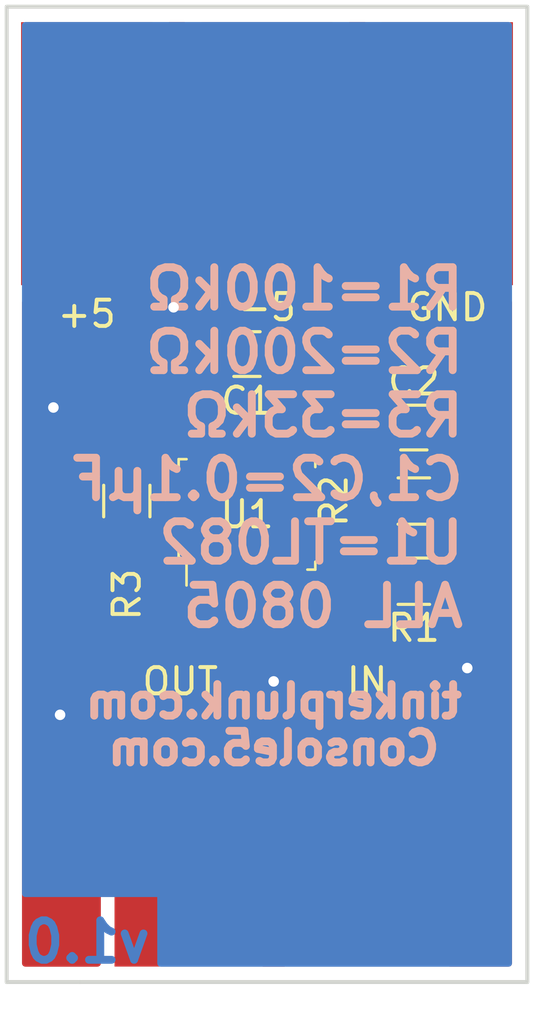
<source format=kicad_pcb>
(kicad_pcb (version 4) (host pcbnew 4.0.7)

  (general
    (links 14)
    (no_connects 1)
    (area 139.192 85.852 159.512001 125.027)
    (thickness 1.6)
    (drawings 9)
    (tracks 38)
    (zones 0)
    (modules 11)
    (nets 7)
  )

  (page A4)
  (layers
    (0 F.Cu signal)
    (31 B.Cu signal)
    (32 B.Adhes user)
    (33 F.Adhes user)
    (34 B.Paste user)
    (35 F.Paste user)
    (36 B.SilkS user)
    (37 F.SilkS user)
    (38 B.Mask user)
    (39 F.Mask user)
    (40 Dwgs.User user)
    (41 Cmts.User user)
    (42 Eco1.User user)
    (43 Eco2.User user)
    (44 Edge.Cuts user)
    (45 Margin user)
    (46 B.CrtYd user)
    (47 F.CrtYd user)
    (48 B.Fab user)
    (49 F.Fab user)
  )

  (setup
    (last_trace_width 0.25)
    (trace_clearance 0.2)
    (zone_clearance 0.508)
    (zone_45_only no)
    (trace_min 0.2)
    (segment_width 0.2)
    (edge_width 0.15)
    (via_size 0.6)
    (via_drill 0.4)
    (via_min_size 0.4)
    (via_min_drill 0.3)
    (uvia_size 0.3)
    (uvia_drill 0.1)
    (uvias_allowed no)
    (uvia_min_size 0.2)
    (uvia_min_drill 0.1)
    (pcb_text_width 0.3)
    (pcb_text_size 1.5 1.5)
    (mod_edge_width 0.15)
    (mod_text_size 1 1)
    (mod_text_width 0.15)
    (pad_size 1.524 1.524)
    (pad_drill 0.762)
    (pad_to_mask_clearance 0.2)
    (aux_axis_origin 0 0)
    (visible_elements 7FFFFFFF)
    (pcbplotparams
      (layerselection 0x010f0_80000001)
      (usegerberextensions true)
      (excludeedgelayer true)
      (linewidth 0.100000)
      (plotframeref false)
      (viasonmask false)
      (mode 1)
      (useauxorigin false)
      (hpglpennumber 1)
      (hpglpenspeed 20)
      (hpglpendiameter 15)
      (hpglpenoverlay 2)
      (psnegative false)
      (psa4output false)
      (plotreference true)
      (plotvalue true)
      (plotinvisibletext false)
      (padsonsilk false)
      (subtractmaskfromsilk false)
      (outputformat 1)
      (mirror false)
      (drillshape 0)
      (scaleselection 1)
      (outputdirectory gerbers/))
  )

  (net 0 "")
  (net 1 +5V)
  (net 2 GND)
  (net 3 -5V)
  (net 4 INPUT)
  (net 5 OUTPUT)
  (net 6 "Net-(R2-Pad1)")

  (net_class Default "This is the default net class."
    (clearance 0.2)
    (trace_width 0.25)
    (via_dia 0.6)
    (via_drill 0.4)
    (uvia_dia 0.3)
    (uvia_drill 0.1)
    (add_net +5V)
    (add_net -5V)
    (add_net GND)
    (add_net INPUT)
    (add_net "Net-(R2-Pad1)")
    (add_net OUTPUT)
  )

  (module Capacitors_SMD:C_0805_HandSoldering (layer F.Cu) (tedit 5B12BFDD) (tstamp 5B129384)
    (at 148.59 99.314)
    (descr "Capacitor SMD 0805, hand soldering")
    (tags "capacitor 0805")
    (path /5B11F64D)
    (attr smd)
    (fp_text reference C1 (at 0 1.778) (layer F.SilkS)
      (effects (font (size 1 1) (thickness 0.15)))
    )
    (fp_text value 0.1uF (at 0 1.75) (layer F.Fab)
      (effects (font (size 1 1) (thickness 0.15)))
    )
    (fp_text user %R (at 0 -1.75) (layer F.Fab)
      (effects (font (size 1 1) (thickness 0.15)))
    )
    (fp_line (start -1 0.62) (end -1 -0.62) (layer F.Fab) (width 0.1))
    (fp_line (start 1 0.62) (end -1 0.62) (layer F.Fab) (width 0.1))
    (fp_line (start 1 -0.62) (end 1 0.62) (layer F.Fab) (width 0.1))
    (fp_line (start -1 -0.62) (end 1 -0.62) (layer F.Fab) (width 0.1))
    (fp_line (start 0.5 -0.85) (end -0.5 -0.85) (layer F.SilkS) (width 0.12))
    (fp_line (start -0.5 0.85) (end 0.5 0.85) (layer F.SilkS) (width 0.12))
    (fp_line (start -2.25 -0.88) (end 2.25 -0.88) (layer F.CrtYd) (width 0.05))
    (fp_line (start -2.25 -0.88) (end -2.25 0.87) (layer F.CrtYd) (width 0.05))
    (fp_line (start 2.25 0.87) (end 2.25 -0.88) (layer F.CrtYd) (width 0.05))
    (fp_line (start 2.25 0.87) (end -2.25 0.87) (layer F.CrtYd) (width 0.05))
    (pad 1 smd rect (at -1.25 0) (size 1.5 1.25) (layers F.Cu F.Paste F.Mask)
      (net 1 +5V))
    (pad 2 smd rect (at 1.25 0) (size 1.5 1.25) (layers F.Cu F.Paste F.Mask)
      (net 2 GND))
    (model Capacitors_SMD.3dshapes/C_0805.wrl
      (at (xyz 0 0 0))
      (scale (xyz 1 1 1))
      (rotate (xyz 0 0 0))
    )
  )

  (module Capacitors_SMD:C_0805_HandSoldering (layer F.Cu) (tedit 58AA84A8) (tstamp 5B12938A)
    (at 154.94 102.108)
    (descr "Capacitor SMD 0805, hand soldering")
    (tags "capacitor 0805")
    (path /5B11F769)
    (attr smd)
    (fp_text reference C2 (at 0 -1.75) (layer F.SilkS)
      (effects (font (size 1 1) (thickness 0.15)))
    )
    (fp_text value 0.1uF (at 0 1.75) (layer F.Fab)
      (effects (font (size 1 1) (thickness 0.15)))
    )
    (fp_text user %R (at 0 -1.75) (layer F.Fab)
      (effects (font (size 1 1) (thickness 0.15)))
    )
    (fp_line (start -1 0.62) (end -1 -0.62) (layer F.Fab) (width 0.1))
    (fp_line (start 1 0.62) (end -1 0.62) (layer F.Fab) (width 0.1))
    (fp_line (start 1 -0.62) (end 1 0.62) (layer F.Fab) (width 0.1))
    (fp_line (start -1 -0.62) (end 1 -0.62) (layer F.Fab) (width 0.1))
    (fp_line (start 0.5 -0.85) (end -0.5 -0.85) (layer F.SilkS) (width 0.12))
    (fp_line (start -0.5 0.85) (end 0.5 0.85) (layer F.SilkS) (width 0.12))
    (fp_line (start -2.25 -0.88) (end 2.25 -0.88) (layer F.CrtYd) (width 0.05))
    (fp_line (start -2.25 -0.88) (end -2.25 0.87) (layer F.CrtYd) (width 0.05))
    (fp_line (start 2.25 0.87) (end 2.25 -0.88) (layer F.CrtYd) (width 0.05))
    (fp_line (start 2.25 0.87) (end -2.25 0.87) (layer F.CrtYd) (width 0.05))
    (pad 1 smd rect (at -1.25 0) (size 1.5 1.25) (layers F.Cu F.Paste F.Mask)
      (net 3 -5V))
    (pad 2 smd rect (at 1.25 0) (size 1.5 1.25) (layers F.Cu F.Paste F.Mask)
      (net 2 GND))
    (model Capacitors_SMD.3dshapes/C_0805.wrl
      (at (xyz 0 0 0))
      (scale (xyz 1 1 1))
      (rotate (xyz 0 0 0))
    )
  )

  (module Resistors_SMD:R_0805_HandSoldering (layer F.Cu) (tedit 5B12BF73) (tstamp 5B1293A9)
    (at 154.94 107.95)
    (descr "Resistor SMD 0805, hand soldering")
    (tags "resistor 0805")
    (path /5B11FA14)
    (attr smd)
    (fp_text reference R1 (at 0 1.778) (layer F.SilkS)
      (effects (font (size 1 1) (thickness 0.15)))
    )
    (fp_text value 100K (at 0 1.75) (layer F.Fab)
      (effects (font (size 1 1) (thickness 0.15)))
    )
    (fp_text user %R (at 0 0) (layer F.Fab)
      (effects (font (size 0.5 0.5) (thickness 0.075)))
    )
    (fp_line (start -1 0.62) (end -1 -0.62) (layer F.Fab) (width 0.1))
    (fp_line (start 1 0.62) (end -1 0.62) (layer F.Fab) (width 0.1))
    (fp_line (start 1 -0.62) (end 1 0.62) (layer F.Fab) (width 0.1))
    (fp_line (start -1 -0.62) (end 1 -0.62) (layer F.Fab) (width 0.1))
    (fp_line (start 0.6 0.88) (end -0.6 0.88) (layer F.SilkS) (width 0.12))
    (fp_line (start -0.6 -0.88) (end 0.6 -0.88) (layer F.SilkS) (width 0.12))
    (fp_line (start -2.35 -0.9) (end 2.35 -0.9) (layer F.CrtYd) (width 0.05))
    (fp_line (start -2.35 -0.9) (end -2.35 0.9) (layer F.CrtYd) (width 0.05))
    (fp_line (start 2.35 0.9) (end 2.35 -0.9) (layer F.CrtYd) (width 0.05))
    (fp_line (start 2.35 0.9) (end -2.35 0.9) (layer F.CrtYd) (width 0.05))
    (pad 1 smd rect (at -1.35 0) (size 1.5 1.3) (layers F.Cu F.Paste F.Mask)
      (net 4 INPUT))
    (pad 2 smd rect (at 1.35 0) (size 1.5 1.3) (layers F.Cu F.Paste F.Mask)
      (net 2 GND))
    (model ${KISYS3DMOD}/Resistors_SMD.3dshapes/R_0805.wrl
      (at (xyz 0 0 0))
      (scale (xyz 1 1 1))
      (rotate (xyz 0 0 0))
    )
  )

  (module Resistors_SMD:R_0805_HandSoldering (layer F.Cu) (tedit 5B12BF7F) (tstamp 5B1293AF)
    (at 154.94 104.902)
    (descr "Resistor SMD 0805, hand soldering")
    (tags "resistor 0805")
    (path /5B11FA3D)
    (attr smd)
    (fp_text reference R2 (at -3.048 0 90) (layer F.SilkS)
      (effects (font (size 1 1) (thickness 0.15)))
    )
    (fp_text value 200K (at 0 1.75) (layer F.Fab)
      (effects (font (size 1 1) (thickness 0.15)))
    )
    (fp_text user %R (at 0 0) (layer F.Fab)
      (effects (font (size 0.5 0.5) (thickness 0.075)))
    )
    (fp_line (start -1 0.62) (end -1 -0.62) (layer F.Fab) (width 0.1))
    (fp_line (start 1 0.62) (end -1 0.62) (layer F.Fab) (width 0.1))
    (fp_line (start 1 -0.62) (end 1 0.62) (layer F.Fab) (width 0.1))
    (fp_line (start -1 -0.62) (end 1 -0.62) (layer F.Fab) (width 0.1))
    (fp_line (start 0.6 0.88) (end -0.6 0.88) (layer F.SilkS) (width 0.12))
    (fp_line (start -0.6 -0.88) (end 0.6 -0.88) (layer F.SilkS) (width 0.12))
    (fp_line (start -2.35 -0.9) (end 2.35 -0.9) (layer F.CrtYd) (width 0.05))
    (fp_line (start -2.35 -0.9) (end -2.35 0.9) (layer F.CrtYd) (width 0.05))
    (fp_line (start 2.35 0.9) (end 2.35 -0.9) (layer F.CrtYd) (width 0.05))
    (fp_line (start 2.35 0.9) (end -2.35 0.9) (layer F.CrtYd) (width 0.05))
    (pad 1 smd rect (at -1.35 0) (size 1.5 1.3) (layers F.Cu F.Paste F.Mask)
      (net 6 "Net-(R2-Pad1)"))
    (pad 2 smd rect (at 1.35 0) (size 1.5 1.3) (layers F.Cu F.Paste F.Mask)
      (net 2 GND))
    (model ${KISYS3DMOD}/Resistors_SMD.3dshapes/R_0805.wrl
      (at (xyz 0 0 0))
      (scale (xyz 1 1 1))
      (rotate (xyz 0 0 0))
    )
  )

  (module Resistors_SMD:R_0805_HandSoldering (layer F.Cu) (tedit 5B12BF1D) (tstamp 5B1293B5)
    (at 144.018 104.902 90)
    (descr "Resistor SMD 0805, hand soldering")
    (tags "resistor 0805")
    (path /5B11F9E7)
    (attr smd)
    (fp_text reference R3 (at -3.556 0 90) (layer F.SilkS)
      (effects (font (size 1 1) (thickness 0.15)))
    )
    (fp_text value 33K (at 0 1.75 90) (layer F.Fab)
      (effects (font (size 1 1) (thickness 0.15)))
    )
    (fp_text user %R (at 0 0 90) (layer F.Fab)
      (effects (font (size 0.5 0.5) (thickness 0.075)))
    )
    (fp_line (start -1 0.62) (end -1 -0.62) (layer F.Fab) (width 0.1))
    (fp_line (start 1 0.62) (end -1 0.62) (layer F.Fab) (width 0.1))
    (fp_line (start 1 -0.62) (end 1 0.62) (layer F.Fab) (width 0.1))
    (fp_line (start -1 -0.62) (end 1 -0.62) (layer F.Fab) (width 0.1))
    (fp_line (start 0.6 0.88) (end -0.6 0.88) (layer F.SilkS) (width 0.12))
    (fp_line (start -0.6 -0.88) (end 0.6 -0.88) (layer F.SilkS) (width 0.12))
    (fp_line (start -2.35 -0.9) (end 2.35 -0.9) (layer F.CrtYd) (width 0.05))
    (fp_line (start -2.35 -0.9) (end -2.35 0.9) (layer F.CrtYd) (width 0.05))
    (fp_line (start 2.35 0.9) (end 2.35 -0.9) (layer F.CrtYd) (width 0.05))
    (fp_line (start 2.35 0.9) (end -2.35 0.9) (layer F.CrtYd) (width 0.05))
    (pad 1 smd rect (at -1.35 0 90) (size 1.5 1.3) (layers F.Cu F.Paste F.Mask)
      (net 5 OUTPUT))
    (pad 2 smd rect (at 1.35 0 90) (size 1.5 1.3) (layers F.Cu F.Paste F.Mask)
      (net 4 INPUT))
    (model ${KISYS3DMOD}/Resistors_SMD.3dshapes/R_0805.wrl
      (at (xyz 0 0 0))
      (scale (xyz 1 1 1))
      (rotate (xyz 0 0 0))
    )
  )

  (module digikey-footprints:SOIC-8_W3.9mm (layer F.Cu) (tedit 5B12BFC5) (tstamp 5B1293C1)
    (at 148.59 105.41)
    (path /5B11F56B)
    (fp_text reference U1 (at 0 0) (layer F.SilkS)
      (effects (font (size 1 1) (thickness 0.15)))
    )
    (fp_text value TL082 (at 0.06604 4.80314) (layer F.Fab)
      (effects (font (size 1 1) (thickness 0.15)))
    )
    (fp_line (start -2.7 -3.7) (end 2.7 -3.7) (layer F.CrtYd) (width 0.05))
    (fp_line (start -2.7 3.7) (end 2.7 3.7) (layer F.CrtYd) (width 0.05))
    (fp_line (start -2.7 -3.7) (end -2.7 3.7) (layer F.CrtYd) (width 0.05))
    (fp_line (start 2.7 -3.7) (end 2.7 3.7) (layer F.CrtYd) (width 0.05))
    (fp_line (start -2.6 1.2) (end -2.6 1.6) (layer F.SilkS) (width 0.1))
    (fp_line (start -2.6 1.6) (end -2.3 1.9) (layer F.SilkS) (width 0.1))
    (fp_line (start -2.3 1.9) (end -2.3 2.7) (layer F.SilkS) (width 0.1))
    (fp_line (start -2.45 1.55) (end -2.45 -1.95) (layer F.Fab) (width 0.1))
    (fp_line (start -2.05 1.95) (end 2.45 1.95) (layer F.Fab) (width 0.1))
    (fp_line (start -2.45 1.55) (end -2.05 1.95) (layer F.Fab) (width 0.1))
    (fp_line (start 2.3 2.1) (end 2.6 2.1) (layer F.SilkS) (width 0.1))
    (fp_line (start 2.6 2.1) (end 2.6 1.8) (layer F.SilkS) (width 0.1))
    (fp_line (start -2.3 -2.1) (end -2.6 -2.1) (layer F.SilkS) (width 0.1))
    (fp_line (start -2.6 -2.1) (end -2.6 -1.8) (layer F.SilkS) (width 0.1))
    (fp_line (start 2.3 -2.1) (end 2.6 -2.1) (layer F.SilkS) (width 0.1))
    (fp_line (start 2.6 -2.1) (end 2.6 -1.8) (layer F.SilkS) (width 0.1))
    (fp_text user %R (at 0 0) (layer F.Fab)
      (effects (font (size 1 1) (thickness 0.15)))
    )
    (fp_line (start -2.45 -1.95) (end 2.45 -1.95) (layer F.Fab) (width 0.1))
    (fp_line (start 2.45 -1.95) (end 2.45 1.95) (layer F.Fab) (width 0.1))
    (pad 1 smd rect (at -1.905 2.45) (size 0.6 2) (layers F.Cu F.Paste F.Mask)
      (net 5 OUTPUT))
    (pad 2 smd rect (at -0.635 2.45) (size 0.6 2) (layers F.Cu F.Paste F.Mask)
      (net 4 INPUT))
    (pad 4 smd rect (at 1.905 2.45) (size 0.6 2) (layers F.Cu F.Paste F.Mask)
      (net 3 -5V))
    (pad 5 smd rect (at 1.905 -2.45) (size 0.6 2) (layers F.Cu F.Paste F.Mask))
    (pad 6 smd rect (at 0.635 -2.45) (size 0.6 2) (layers F.Cu F.Paste F.Mask))
    (pad 7 smd rect (at -0.635 -2.45) (size 0.6 2) (layers F.Cu F.Paste F.Mask))
    (pad 8 smd rect (at -1.905 -2.45) (size 0.6 2) (layers F.Cu F.Paste F.Mask)
      (net 1 +5V))
    (pad 3 smd rect (at 0.635 2.45) (size 0.6 2) (layers F.Cu F.Paste F.Mask)
      (net 6 "Net-(R2-Pad1)"))
  )

  (module Wire_Pads:SolderWirePad_single_SMD_5x10mm (layer F.Cu) (tedit 5B143C69) (tstamp 5B12D1B6)
    (at 153.162 117.602)
    (descr "Wire Pad, Square, SMD Pad,  5mm x 10mm,")
    (tags "MesurementPoint Square SMDPad 5mmx10mm ")
    (path /5B120902)
    (attr smd)
    (fp_text reference IN (at 0 -5.842) (layer F.SilkS)
      (effects (font (size 1 1) (thickness 0.15)))
    )
    (fp_text value IN (at 0 6.35) (layer F.Fab)
      (effects (font (size 1 1) (thickness 0.15)))
    )
    (fp_line (start 2.75 -5.25) (end -2.75 -5.25) (layer F.CrtYd) (width 0.05))
    (fp_line (start 2.75 5.25) (end 2.75 -5.25) (layer F.CrtYd) (width 0.05))
    (fp_line (start -2.75 5.25) (end 2.75 5.25) (layer F.CrtYd) (width 0.05))
    (fp_line (start -2.75 -5.25) (end -2.75 5.25) (layer F.CrtYd) (width 0.05))
    (pad 1 smd rect (at 0 0) (size 5 10) (layers F.Cu F.Paste F.Mask)
      (net 4 INPUT))
  )

  (module Wire_Pads:SolderWirePad_single_SMD_5x10mm (layer F.Cu) (tedit 5B143C61) (tstamp 5B12D1BB)
    (at 146.05 117.602)
    (descr "Wire Pad, Square, SMD Pad,  5mm x 10mm,")
    (tags "MesurementPoint Square SMDPad 5mmx10mm ")
    (path /5B120925)
    (attr smd)
    (fp_text reference OUT (at 0 -5.842) (layer F.SilkS)
      (effects (font (size 1 1) (thickness 0.15)))
    )
    (fp_text value OUT (at 0 6.35) (layer F.Fab)
      (effects (font (size 1 1) (thickness 0.15)))
    )
    (fp_line (start 2.75 -5.25) (end -2.75 -5.25) (layer F.CrtYd) (width 0.05))
    (fp_line (start 2.75 5.25) (end 2.75 -5.25) (layer F.CrtYd) (width 0.05))
    (fp_line (start -2.75 5.25) (end 2.75 5.25) (layer F.CrtYd) (width 0.05))
    (fp_line (start -2.75 -5.25) (end -2.75 5.25) (layer F.CrtYd) (width 0.05))
    (pad 1 smd rect (at 0 0) (size 5 10) (layers F.Cu F.Paste F.Mask)
      (net 5 OUTPUT))
  )

  (module Wire_Pads:SolderWirePad_single_SMD_5x10mm (layer F.Cu) (tedit 5B12F5FF) (tstamp 5B12D1C0)
    (at 142.494 91.694)
    (descr "Wire Pad, Square, SMD Pad,  5mm x 10mm,")
    (tags "MesurementPoint Square SMDPad 5mmx10mm ")
    (path /5B121018)
    (attr smd)
    (fp_text reference +5 (at 0 6.096) (layer F.SilkS)
      (effects (font (size 1 1) (thickness 0.15)))
    )
    (fp_text value +5V (at 0 6.35) (layer F.Fab)
      (effects (font (size 1 1) (thickness 0.15)))
    )
    (fp_line (start 2.75 -5.25) (end -2.75 -5.25) (layer F.CrtYd) (width 0.05))
    (fp_line (start 2.75 5.25) (end 2.75 -5.25) (layer F.CrtYd) (width 0.05))
    (fp_line (start -2.75 5.25) (end 2.75 5.25) (layer F.CrtYd) (width 0.05))
    (fp_line (start -2.75 -5.25) (end -2.75 5.25) (layer F.CrtYd) (width 0.05))
    (pad 1 smd rect (at 0 0) (size 5 10) (layers F.Cu F.Paste F.Mask)
      (net 1 +5V))
  )

  (module Wire_Pads:SolderWirePad_single_SMD_5x10mm (layer F.Cu) (tedit 5B12F607) (tstamp 5B12D1C5)
    (at 149.352 91.694)
    (descr "Wire Pad, Square, SMD Pad,  5mm x 10mm,")
    (tags "MesurementPoint Square SMDPad 5mmx10mm ")
    (path /5B121043)
    (attr smd)
    (fp_text reference -5 (at 0 5.842) (layer F.SilkS)
      (effects (font (size 1 1) (thickness 0.15)))
    )
    (fp_text value -5V (at 0 6.35) (layer F.Fab)
      (effects (font (size 1 1) (thickness 0.15)))
    )
    (fp_line (start 2.75 -5.25) (end -2.75 -5.25) (layer F.CrtYd) (width 0.05))
    (fp_line (start 2.75 5.25) (end 2.75 -5.25) (layer F.CrtYd) (width 0.05))
    (fp_line (start -2.75 5.25) (end 2.75 5.25) (layer F.CrtYd) (width 0.05))
    (fp_line (start -2.75 -5.25) (end -2.75 5.25) (layer F.CrtYd) (width 0.05))
    (pad 1 smd rect (at 0 0) (size 5 10) (layers F.Cu F.Paste F.Mask)
      (net 3 -5V))
  )

  (module Wire_Pads:SolderWirePad_single_SMD_5x10mm (layer F.Cu) (tedit 5B12F60E) (tstamp 5B12D1CA)
    (at 156.21 91.694)
    (descr "Wire Pad, Square, SMD Pad,  5mm x 10mm,")
    (tags "MesurementPoint Square SMDPad 5mmx10mm ")
    (path /5B1210A9)
    (attr smd)
    (fp_text reference GND (at 0 5.842) (layer F.SilkS)
      (effects (font (size 1 1) (thickness 0.15)))
    )
    (fp_text value GND (at 0 6.35) (layer F.Fab)
      (effects (font (size 1 1) (thickness 0.15)))
    )
    (fp_line (start 2.75 -5.25) (end -2.75 -5.25) (layer F.CrtYd) (width 0.05))
    (fp_line (start 2.75 5.25) (end 2.75 -5.25) (layer F.CrtYd) (width 0.05))
    (fp_line (start -2.75 5.25) (end 2.75 5.25) (layer F.CrtYd) (width 0.05))
    (fp_line (start -2.75 -5.25) (end -2.75 5.25) (layer F.CrtYd) (width 0.05))
    (pad 1 smd rect (at 0 0) (size 5 10) (layers F.Cu F.Paste F.Mask)
      (net 2 GND))
  )

  (gr_text v1.0 (at 139.954 121.666) (layer B.Cu)
    (effects (font (size 1.5 1.5) (thickness 0.3)) (justify right mirror))
  )
  (gr_line (start 139.446 123.19) (end 142.24 123.19) (angle 90) (layer Edge.Cuts) (width 0.15))
  (gr_line (start 139.446 86.106) (end 139.446 123.19) (angle 90) (layer Edge.Cuts) (width 0.15))
  (gr_line (start 159.258 123.19) (end 142.24 123.19) (angle 90) (layer Edge.Cuts) (width 0.15))
  (gr_line (start 159.258 86.106) (end 159.258 123.19) (angle 90) (layer Edge.Cuts) (width 0.15))
  (gr_line (start 139.446 86.106) (end 159.258 86.106) (angle 90) (layer Edge.Cuts) (width 0.15))
  (gr_text Console5.com (at 149.606 114.3) (layer B.SilkS)
    (effects (font (size 1.2 1.2) (thickness 0.3)) (justify mirror))
  )
  (gr_text tinkerplunk.com (at 149.606 112.522) (layer B.SilkS)
    (effects (font (size 1.2 1.2) (thickness 0.3)) (justify mirror))
  )
  (gr_text "R1=100kΩ\nR2=200kΩ\nR3=33kΩ\nC1,C2=0.1μF\nU1=TL082\nALL 0805" (at 156.972 102.87) (layer B.SilkS)
    (effects (font (size 1.5 1.5) (thickness 0.3)) (justify left mirror))
  )

  (segment (start 147.34 99.314) (end 145.288 99.314) (width 0.25) (layer F.Cu) (net 1))
  (segment (start 145.288 99.314) (end 142.494 96.52) (width 0.25) (layer F.Cu) (net 1) (tstamp 5B12D370))
  (segment (start 142.494 96.52) (end 142.494 91.694) (width 0.25) (layer F.Cu) (net 1) (tstamp 5B12D377))
  (segment (start 146.685 102.96) (end 146.685 99.969) (width 0.25) (layer F.Cu) (net 1))
  (segment (start 146.685 99.969) (end 147.34 99.314) (width 0.25) (layer F.Cu) (net 1) (tstamp 5B12BD74))
  (via (at 145.796 97.536) (size 0.6) (drill 0.4) (layers F.Cu B.Cu) (net 2))
  (via (at 141.224 101.346) (size 0.6) (drill 0.4) (layers F.Cu B.Cu) (net 2))
  (via (at 141.478 113.03) (size 0.6) (drill 0.4) (layers F.Cu B.Cu) (net 2))
  (via (at 149.606 111.76) (size 0.6) (drill 0.4) (layers F.Cu B.Cu) (net 2))
  (via (at 156.972 111.252) (size 0.6) (drill 0.4) (layers F.Cu B.Cu) (net 2))
  (segment (start 149.84 99.314) (end 149.606 99.314) (width 0.25) (layer F.Cu) (net 2))
  (segment (start 153.69 102.108) (end 153.69 99.334) (width 0.25) (layer F.Cu) (net 3))
  (segment (start 150.622 97.79) (end 148.59 95.758) (width 0.25) (layer F.Cu) (net 3) (tstamp 5B12BD87))
  (segment (start 152.146 97.79) (end 150.622 97.79) (width 0.25) (layer F.Cu) (net 3) (tstamp 5B12BD80))
  (segment (start 153.69 99.334) (end 152.146 97.79) (width 0.25) (layer F.Cu) (net 3) (tstamp 5B12BD7B))
  (segment (start 150.495 107.86) (end 150.495 105.303) (width 0.25) (layer F.Cu) (net 3))
  (segment (start 150.495 105.303) (end 153.69 102.108) (width 0.25) (layer F.Cu) (net 3) (tstamp 5B12BCDF))
  (segment (start 144.018 103.552) (end 144.018 103.886) (width 0.25) (layer F.Cu) (net 4))
  (segment (start 144.018 103.886) (end 146.05 105.918) (width 0.25) (layer F.Cu) (net 4) (tstamp 5B12BD56))
  (segment (start 146.05 105.918) (end 147.066 105.918) (width 0.25) (layer F.Cu) (net 4) (tstamp 5B12BD59))
  (segment (start 147.066 105.918) (end 147.955 106.807) (width 0.25) (layer F.Cu) (net 4) (tstamp 5B12BD5D))
  (segment (start 147.955 106.807) (end 147.955 107.86) (width 0.25) (layer F.Cu) (net 4) (tstamp 5B12BD5F))
  (segment (start 151.13 110.41) (end 149.272 110.41) (width 0.25) (layer F.Cu) (net 4))
  (segment (start 147.955 109.093) (end 147.955 107.86) (width 0.25) (layer F.Cu) (net 4) (tstamp 5B12BD47))
  (segment (start 149.272 110.41) (end 147.955 109.093) (width 0.25) (layer F.Cu) (net 4) (tstamp 5B12BD3E))
  (segment (start 151.13 113.03) (end 151.13 110.41) (width 0.25) (layer F.Cu) (net 4))
  (segment (start 151.13 110.41) (end 153.59 107.95) (width 0.25) (layer F.Cu) (net 4) (tstamp 5B12BCBC))
  (segment (start 144.018 106.252) (end 145.077 106.252) (width 0.25) (layer F.Cu) (net 5))
  (segment (start 145.077 106.252) (end 146.685 107.86) (width 0.25) (layer F.Cu) (net 5) (tstamp 5B12BD63))
  (segment (start 146.05 113.03) (end 146.05 108.495) (width 0.25) (layer F.Cu) (net 5))
  (segment (start 146.05 108.495) (end 146.685 107.86) (width 0.25) (layer F.Cu) (net 5) (tstamp 5B12BCCF))
  (segment (start 153.59 104.902) (end 152.654 104.902) (width 0.25) (layer F.Cu) (net 6))
  (segment (start 149.225 109.093) (end 149.225 107.86) (width 0.25) (layer F.Cu) (net 6) (tstamp 5B12BDB6))
  (segment (start 149.86 109.728) (end 149.225 109.093) (width 0.25) (layer F.Cu) (net 6) (tstamp 5B12BDB4))
  (segment (start 150.876 109.728) (end 149.86 109.728) (width 0.25) (layer F.Cu) (net 6) (tstamp 5B12BDAE))
  (segment (start 151.892 108.712) (end 150.876 109.728) (width 0.25) (layer F.Cu) (net 6) (tstamp 5B12BDA8))
  (segment (start 151.892 105.664) (end 151.892 108.712) (width 0.25) (layer F.Cu) (net 6) (tstamp 5B12BDA2))
  (segment (start 152.654 104.902) (end 151.892 105.664) (width 0.25) (layer F.Cu) (net 6) (tstamp 5B12BD9E))

  (zone (net 2) (net_name GND) (layer F.Cu) (tstamp 5B12D3EC) (hatch edge 0.508)
    (connect_pads (clearance 0.508))
    (min_thickness 0.254)
    (fill yes (arc_segments 16) (thermal_gap 0.508) (thermal_bridge_width 0.508))
    (polygon
      (pts
        (xy 159.512 123.444) (xy 139.192 123.444) (xy 139.192 85.852) (xy 159.512 85.852)
      )
    )
    (filled_polygon
      (pts
        (xy 153.075 91.40825) (xy 153.23375 91.567) (xy 156.083 91.567) (xy 156.083 91.547) (xy 156.337 91.547)
        (xy 156.337 91.567) (xy 156.357 91.567) (xy 156.357 91.821) (xy 156.337 91.821) (xy 156.337 97.17025)
        (xy 156.49575 97.329) (xy 158.548 97.329) (xy 158.548 122.48) (xy 156.30944 122.48) (xy 156.30944 112.602)
        (xy 156.265162 112.366683) (xy 156.12609 112.150559) (xy 155.91389 112.005569) (xy 155.662 111.95456) (xy 151.89 111.95456)
        (xy 151.89 110.724802) (xy 153.367362 109.24744) (xy 154.34 109.24744) (xy 154.575317 109.203162) (xy 154.791441 109.06409)
        (xy 154.936431 108.85189) (xy 154.943191 108.81851) (xy 155.001673 108.959699) (xy 155.180302 109.138327) (xy 155.413691 109.235)
        (xy 156.00425 109.235) (xy 156.163 109.07625) (xy 156.163 108.077) (xy 156.417 108.077) (xy 156.417 109.07625)
        (xy 156.57575 109.235) (xy 157.166309 109.235) (xy 157.399698 109.138327) (xy 157.578327 108.959699) (xy 157.675 108.72631)
        (xy 157.675 108.23575) (xy 157.51625 108.077) (xy 156.417 108.077) (xy 156.163 108.077) (xy 156.143 108.077)
        (xy 156.143 107.823) (xy 156.163 107.823) (xy 156.163 106.82375) (xy 156.417 106.82375) (xy 156.417 107.823)
        (xy 157.51625 107.823) (xy 157.675 107.66425) (xy 157.675 107.17369) (xy 157.578327 106.940301) (xy 157.399698 106.761673)
        (xy 157.166309 106.665) (xy 156.57575 106.665) (xy 156.417 106.82375) (xy 156.163 106.82375) (xy 156.00425 106.665)
        (xy 155.413691 106.665) (xy 155.180302 106.761673) (xy 155.001673 106.940301) (xy 154.945346 107.076287) (xy 154.943162 107.064683)
        (xy 154.80409 106.848559) (xy 154.59189 106.703569) (xy 154.34 106.65256) (xy 152.84 106.65256) (xy 152.652 106.687935)
        (xy 152.652 106.161369) (xy 152.84 106.19944) (xy 154.34 106.19944) (xy 154.575317 106.155162) (xy 154.791441 106.01609)
        (xy 154.936431 105.80389) (xy 154.943191 105.77051) (xy 155.001673 105.911699) (xy 155.180302 106.090327) (xy 155.413691 106.187)
        (xy 156.00425 106.187) (xy 156.163 106.02825) (xy 156.163 105.029) (xy 156.417 105.029) (xy 156.417 106.02825)
        (xy 156.57575 106.187) (xy 157.166309 106.187) (xy 157.399698 106.090327) (xy 157.578327 105.911699) (xy 157.675 105.67831)
        (xy 157.675 105.18775) (xy 157.51625 105.029) (xy 156.417 105.029) (xy 156.163 105.029) (xy 156.143 105.029)
        (xy 156.143 104.775) (xy 156.163 104.775) (xy 156.163 103.77575) (xy 156.417 103.77575) (xy 156.417 104.775)
        (xy 157.51625 104.775) (xy 157.675 104.61625) (xy 157.675 104.12569) (xy 157.578327 103.892301) (xy 157.399698 103.713673)
        (xy 157.166309 103.617) (xy 156.57575 103.617) (xy 156.417 103.77575) (xy 156.163 103.77575) (xy 156.00425 103.617)
        (xy 155.413691 103.617) (xy 155.180302 103.713673) (xy 155.001673 103.892301) (xy 154.945346 104.028287) (xy 154.943162 104.016683)
        (xy 154.80409 103.800559) (xy 154.59189 103.655569) (xy 154.34 103.60456) (xy 153.268242 103.60456) (xy 153.492362 103.38044)
        (xy 154.44 103.38044) (xy 154.675317 103.336162) (xy 154.891441 103.19709) (xy 154.937969 103.128994) (xy 155.080302 103.271327)
        (xy 155.313691 103.368) (xy 155.90425 103.368) (xy 156.063 103.20925) (xy 156.063 102.235) (xy 156.317 102.235)
        (xy 156.317 103.20925) (xy 156.47575 103.368) (xy 157.066309 103.368) (xy 157.299698 103.271327) (xy 157.478327 103.092699)
        (xy 157.575 102.85931) (xy 157.575 102.39375) (xy 157.41625 102.235) (xy 156.317 102.235) (xy 156.063 102.235)
        (xy 156.043 102.235) (xy 156.043 101.981) (xy 156.063 101.981) (xy 156.063 101.00675) (xy 156.317 101.00675)
        (xy 156.317 101.981) (xy 157.41625 101.981) (xy 157.575 101.82225) (xy 157.575 101.35669) (xy 157.478327 101.123301)
        (xy 157.299698 100.944673) (xy 157.066309 100.848) (xy 156.47575 100.848) (xy 156.317 101.00675) (xy 156.063 101.00675)
        (xy 155.90425 100.848) (xy 155.313691 100.848) (xy 155.080302 100.944673) (xy 154.939064 101.08591) (xy 154.90409 101.031559)
        (xy 154.69189 100.886569) (xy 154.45 100.837585) (xy 154.45 99.334) (xy 154.392148 99.043161) (xy 154.227401 98.796599)
        (xy 152.683401 97.252599) (xy 152.436839 97.087852) (xy 152.361651 97.072896) (xy 152.448431 96.94589) (xy 152.49944 96.694)
        (xy 152.49944 91.97975) (xy 153.075 91.97975) (xy 153.075 96.82031) (xy 153.171673 97.053699) (xy 153.350302 97.232327)
        (xy 153.583691 97.329) (xy 155.92425 97.329) (xy 156.083 97.17025) (xy 156.083 91.821) (xy 153.23375 91.821)
        (xy 153.075 91.97975) (xy 152.49944 91.97975) (xy 152.49944 86.816) (xy 153.075 86.816)
      )
    )
    (filled_polygon
      (pts
        (xy 147.417599 109.630401) (xy 148.734599 110.947401) (xy 148.98116 111.112148) (xy 149.272 111.17) (xy 150.37 111.17)
        (xy 150.37 112.035313) (xy 150.210559 112.13791) (xy 150.065569 112.35011) (xy 150.01456 112.602) (xy 150.01456 122.48)
        (xy 149.19744 122.48) (xy 149.19744 112.602) (xy 149.153162 112.366683) (xy 149.01409 112.150559) (xy 148.80189 112.005569)
        (xy 148.55 111.95456) (xy 146.81 111.95456) (xy 146.81 109.50744) (xy 146.985 109.50744) (xy 147.220317 109.463162)
        (xy 147.280135 109.42467)
      )
    )
    (filled_polygon
      (pts
        (xy 144.750599 99.851401) (xy 144.997161 100.016148) (xy 145.288 100.074) (xy 145.925 100.074) (xy 145.925 101.508437)
        (xy 145.788569 101.70811) (xy 145.73756 101.96) (xy 145.73756 103.96) (xy 145.781838 104.195317) (xy 145.92091 104.411441)
        (xy 146.13311 104.556431) (xy 146.385 104.60744) (xy 146.985 104.60744) (xy 147.220317 104.563162) (xy 147.319528 104.499322)
        (xy 147.40311 104.556431) (xy 147.655 104.60744) (xy 148.255 104.60744) (xy 148.490317 104.563162) (xy 148.589528 104.499322)
        (xy 148.67311 104.556431) (xy 148.925 104.60744) (xy 149.525 104.60744) (xy 149.760317 104.563162) (xy 149.859528 104.499322)
        (xy 149.94311 104.556431) (xy 150.129103 104.594095) (xy 149.957599 104.765599) (xy 149.792852 105.012161) (xy 149.735 105.303)
        (xy 149.735 106.255086) (xy 149.525 106.21256) (xy 148.925 106.21256) (xy 148.689683 106.256838) (xy 148.590472 106.320678)
        (xy 148.50689 106.263569) (xy 148.481161 106.258359) (xy 147.603401 105.380599) (xy 147.356839 105.215852) (xy 147.066 105.158)
        (xy 146.364802 105.158) (xy 145.31544 104.108638) (xy 145.31544 102.802) (xy 145.271162 102.566683) (xy 145.13209 102.350559)
        (xy 144.91989 102.205569) (xy 144.668 102.15456) (xy 143.368 102.15456) (xy 143.132683 102.198838) (xy 142.916559 102.33791)
        (xy 142.771569 102.55011) (xy 142.72056 102.802) (xy 142.72056 104.302) (xy 142.764838 104.537317) (xy 142.90391 104.753441)
        (xy 143.11611 104.898431) (xy 143.129197 104.901081) (xy 142.916559 105.03791) (xy 142.771569 105.25011) (xy 142.72056 105.502)
        (xy 142.72056 107.002) (xy 142.764838 107.237317) (xy 142.90391 107.453441) (xy 143.11611 107.598431) (xy 143.368 107.64944)
        (xy 144.668 107.64944) (xy 144.903317 107.605162) (xy 145.119441 107.46609) (xy 145.158753 107.408555) (xy 145.610198 107.86)
        (xy 145.512599 107.957599) (xy 145.347852 108.204161) (xy 145.29 108.495) (xy 145.29 111.95456) (xy 143.55 111.95456)
        (xy 143.314683 111.998838) (xy 143.098559 112.13791) (xy 142.953569 112.35011) (xy 142.90256 112.602) (xy 142.90256 122.48)
        (xy 140.156 122.48) (xy 140.156 97.34144) (xy 142.240638 97.34144)
      )
    )
    (filled_polygon
      (pts
        (xy 152.93 99.648802) (xy 152.93 100.837442) (xy 152.704683 100.879838) (xy 152.488559 101.01891) (xy 152.343569 101.23111)
        (xy 152.29256 101.483) (xy 152.29256 102.430638) (xy 151.44244 103.280758) (xy 151.44244 101.96) (xy 151.398162 101.724683)
        (xy 151.25909 101.508559) (xy 151.04689 101.363569) (xy 150.795 101.31256) (xy 150.195 101.31256) (xy 149.959683 101.356838)
        (xy 149.860472 101.420678) (xy 149.77689 101.363569) (xy 149.525 101.31256) (xy 148.925 101.31256) (xy 148.689683 101.356838)
        (xy 148.590472 101.420678) (xy 148.50689 101.363569) (xy 148.255 101.31256) (xy 147.655 101.31256) (xy 147.445 101.352074)
        (xy 147.445 100.58644) (xy 148.09 100.58644) (xy 148.325317 100.542162) (xy 148.541441 100.40309) (xy 148.587969 100.334994)
        (xy 148.730302 100.477327) (xy 148.963691 100.574) (xy 149.55425 100.574) (xy 149.713 100.41525) (xy 149.713 99.441)
        (xy 149.967 99.441) (xy 149.967 100.41525) (xy 150.12575 100.574) (xy 150.716309 100.574) (xy 150.949698 100.477327)
        (xy 151.128327 100.298699) (xy 151.225 100.06531) (xy 151.225 99.59975) (xy 151.06625 99.441) (xy 149.967 99.441)
        (xy 149.713 99.441) (xy 149.693 99.441) (xy 149.693 99.187) (xy 149.713 99.187) (xy 149.713 99.167)
        (xy 149.967 99.167) (xy 149.967 99.187) (xy 151.06625 99.187) (xy 151.225 99.02825) (xy 151.225 98.56269)
        (xy 151.219744 98.55) (xy 151.831198 98.55)
      )
    )
    (filled_polygon
      (pts
        (xy 146.20456 96.694) (xy 146.248838 96.929317) (xy 146.38791 97.145441) (xy 146.60011 97.290431) (xy 146.852 97.34144)
        (xy 149.098638 97.34144) (xy 149.811198 98.054) (xy 149.712998 98.054) (xy 149.712998 98.212748) (xy 149.55425 98.054)
        (xy 148.963691 98.054) (xy 148.730302 98.150673) (xy 148.589064 98.29191) (xy 148.55409 98.237559) (xy 148.34189 98.092569)
        (xy 148.09 98.04156) (xy 146.59 98.04156) (xy 146.354683 98.085838) (xy 146.138559 98.22491) (xy 145.993569 98.43711)
        (xy 145.969898 98.554) (xy 145.602802 98.554) (xy 144.390242 97.34144) (xy 144.994 97.34144) (xy 145.229317 97.297162)
        (xy 145.445441 97.15809) (xy 145.590431 96.94589) (xy 145.64144 96.694) (xy 145.64144 86.816) (xy 146.20456 86.816)
      )
    )
  )
  (zone (net 2) (net_name GND) (layer B.Cu) (tstamp 5B12D3EC) (hatch edge 0.508)
    (connect_pads (clearance 0.508))
    (min_thickness 0.254)
    (fill yes (arc_segments 16) (thermal_gap 0.508) (thermal_bridge_width 0.508))
    (polygon
      (pts
        (xy 159.512 123.444) (xy 139.192 123.444) (xy 139.192 85.852) (xy 159.512 85.852)
      )
    )
    (filled_polygon
      (pts
        (xy 158.548 122.48) (xy 145.303285 122.48) (xy 145.303285 119.831) (xy 140.156 119.831) (xy 140.156 86.816)
        (xy 158.548 86.816)
      )
    )
  )
)

</source>
